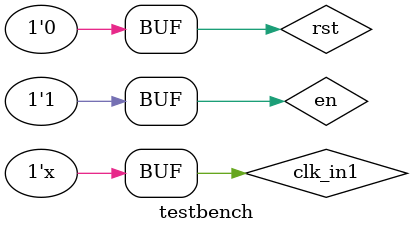
<source format=v>
`timescale 10ns / 100ps


module testbench;
//Inputs
reg rst, clk_in1; 
wire [9:0] a_val , b_val ;
reg en;
//Outputs
wire A, B;
wire clk_out1;

// Instantiate Wrapper Module
    clk_wiz_0 inst
  (
  // Clock out ports  
  .clk_out1(clk_out1),
  // Status and control signals               
  .reset(reset), 
  .locked(locked),
 // Clock in ports
  .clk_in1(clk_in1)
  );
count_wrap counter (.rst(rst),.clk(clk_out1),.a_val(a_val),.b_val(b_val),.en(en),.A(A),.B(B));


always #0.5 clk_in1 = ~clk_in1;

initial begin
    clk_in1 = 0;
    rst=1;
    en=1;
    
    #10 rst =0;
        
end

endmodule

</source>
